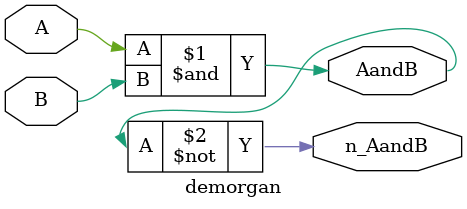
<source format=v>
module demorgan
(
	// This is for n(AandB)
	input A,		// Single bit inputs
	input B,
	output AandB,	// intermediate step
	output n_AandB	// final output, _ used instead of ()

);

	and andgate(AandB,A,B);		// anding together A and B
	not AandB_inv(n_AandB,AandB);	// inverting the previous
endmodule

</source>
